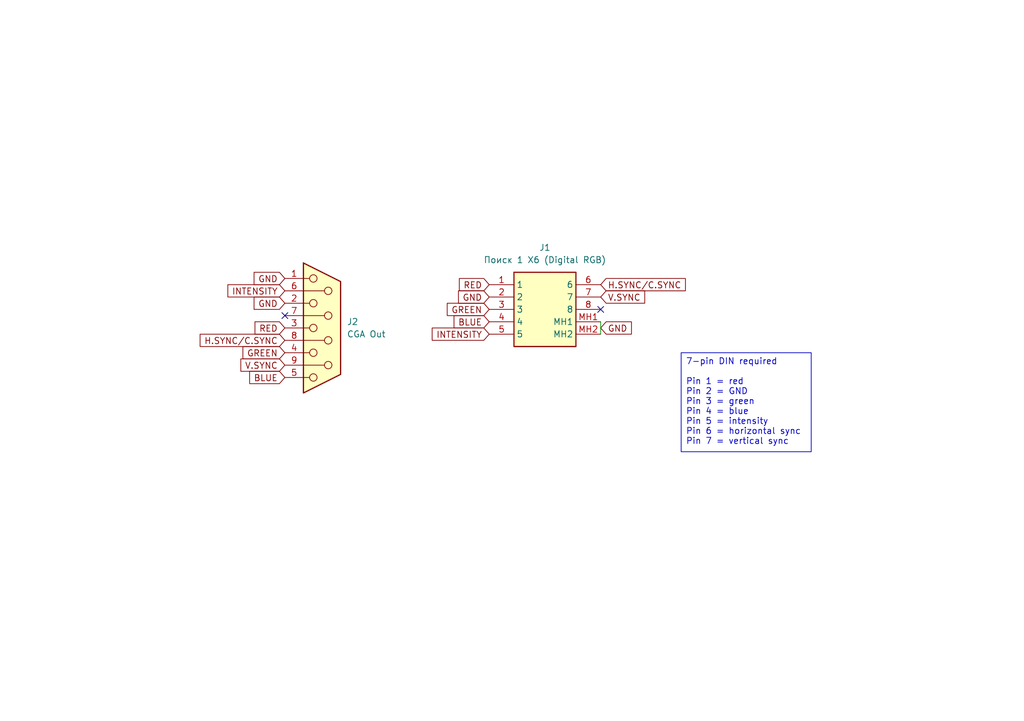
<source format=kicad_sch>
(kicad_sch (version 20250114) (generator "eeschema") (generator_version "9.0")
  (paper "A5")
  (title_block (title "Поиск 1 Digital RGB DIN to VGA") (date "20/NOV/2025") (rev "A") (company "Brett Hallen") (comment 1 "www.youtube.com/@Brfff"))
  (lib_symbols
    (symbol "Clueless_Engineer:671-0801"
      (property "Reference" "J" (at 19.05 7.62 0))
      (property "Value" "671-0801" (at 19.05 5.08 0))
      (symbol "671-0801_1_1"
        (rectangle (start 5.08 2.54) (end 17.78 -12.7) (stroke (width 0.254)) (fill (type background)))
        (pin passive line (at 0 0 0) (length 5.08) (name "1") (number "1"))
        (pin passive line (at 0 -2.54 0) (length 5.08) (name "2") (number "2"))
        (pin passive line (at 0 -5.08 0) (length 5.08) (name "3") (number "3"))
        (pin passive line (at 0 -7.62 0) (length 5.08) (name "4") (number "4"))
        (pin passive line (at 0 -10.16 0) (length 5.08) (name "5") (number "5"))
        (pin passive line (at 22.86 0 180) (length 5.08) (name "6") (number "6"))
        (pin passive line (at 22.86 -2.54 180) (length 5.08) (name "7") (number "7"))
        (pin passive line (at 22.86 -5.08 180) (length 5.08) (name "8") (number "8"))
        (pin passive line (at 22.86 -7.62 180) (length 5.08) (name "MH1") (number "MH1"))
        (pin passive line (at 22.86 -10.16 180) (length 5.08) (name "MH2") (number "MH2"))
      )
    )
    (symbol "Connector:DE9_Socket" (pin_names (offset 1.016) (hide yes))
      (property "Reference" "J" (at 0 13.97 0))
      (property "Value" "DE9_Socket" (at 0 -14.605 0))
      (symbol "DE9_Socket_0_1"
        (polyline (pts (xy -3.81 13.335) (xy -3.81 -13.335) (xy 3.81 -9.525) (xy 3.81 9.525) (xy -3.81 13.335)) (stroke (width 0.254)) (fill (type background)))
        (polyline (pts (xy -3.81 10.16) (xy -2.54 10.16)))
        (polyline (pts (xy -3.81 7.62) (xy 0.508 7.62)))
        (polyline (pts (xy -3.81 5.08) (xy -2.54 5.08)))
        (polyline (pts (xy -3.81 2.54) (xy 0.508 2.54)))
        (polyline (pts (xy -3.81 0) (xy -2.54 0)))
        (polyline (pts (xy -3.81 -2.54) (xy 0.508 -2.54)))
        (polyline (pts (xy -3.81 -5.08) (xy -2.54 -5.08)))
        (polyline (pts (xy -3.81 -7.62) (xy 0.508 -7.62)))
        (polyline (pts (xy -3.81 -10.16) (xy -2.54 -10.16)))
        (circle (center -1.778 10.16) (radius 0.762))
        (circle (center -1.778 5.08) (radius 0.762))
        (circle (center -1.778 0) (radius 0.762))
        (circle (center -1.778 -5.08) (radius 0.762))
        (circle (center -1.778 -10.16) (radius 0.762))
        (circle (center 1.27 7.62) (radius 0.762))
        (circle (center 1.27 2.54) (radius 0.762))
        (circle (center 1.27 -2.54) (radius 0.762))
        (circle (center 1.27 -7.62) (radius 0.762))
      )
      (symbol "DE9_Socket_1_1"
        (pin passive line (at -7.62 10.16 0) (length 3.81) (name "1") (number "1"))
        (pin passive line (at -7.62 7.62 0) (length 3.81) (name "6") (number "6"))
        (pin passive line (at -7.62 5.08 0) (length 3.81) (name "2") (number "2"))
        (pin passive line (at -7.62 2.54 0) (length 3.81) (name "7") (number "7"))
        (pin passive line (at -7.62 0 0) (length 3.81) (name "3") (number "3"))
        (pin passive line (at -7.62 -2.54 0) (length 3.81) (name "8") (number "8"))
        (pin passive line (at -7.62 -5.08 0) (length 3.81) (name "4") (number "4"))
        (pin passive line (at -7.62 -7.62 0) (length 3.81) (name "9") (number "9"))
        (pin passive line (at -7.62 -10.16 0) (length 3.81) (name "5") (number "5"))
      )
    )
  )
  (text_box "7-pin DIN required\n\nPin 1 = red\nPin 2 = GND\nPin 3 = green\nPin 4 = blue\nPin 5 = intensity\nPin 6 = horizontal sync\nPin 7 = vertical sync" (at 139.7 72.39 0) (size 26.67 20.32) (margins 0.9525 0.9525 0.9525 0.9525) (effects (font (size 1.27 1.27)) (justify left top)))
  (no_connect (at 123.19 63.5))
  (no_connect (at 58.42 64.77))
  (wire (pts (xy 123.19 66.04) (xy 123.19 68.58)))
  (global_label "GND" (shape input) (at 58.42 57.15 180) (property "Intersheetrefs" "${INTERSHEET_REFS}" (effects (hide yes))))
  (global_label "INTENSITY" (shape input) (at 58.42 59.69 180) (property "Intersheetrefs" "${INTERSHEET_REFS}" (effects (hide yes))))
  (global_label "BLUE" (shape input) (at 58.42 77.47 180) (property "Intersheetrefs" "${INTERSHEET_REFS}" (effects (hide yes))))
  (global_label "BLUE" (shape input) (at 100.33 66.04 180) (property "Intersheetrefs" "${INTERSHEET_REFS}" (effects (hide yes))))
  (global_label "GREEN" (shape input) (at 58.42 72.39 180) (property "Intersheetrefs" "${INTERSHEET_REFS}" (effects (hide yes))))
  (global_label "RED" (shape input) (at 58.42 67.31 180) (property "Intersheetrefs" "${INTERSHEET_REFS}" (effects (hide yes))))
  (global_label "RED" (shape input) (at 100.33 58.42 180) (property "Intersheetrefs" "${INTERSHEET_REFS}" (effects (hide yes))))
  (global_label "H.SYNC{slash}C.SYNC" (shape input) (at 123.19 58.42 0) (property "Intersheetrefs" "${INTERSHEET_REFS}" (effects (hide yes))))
  (global_label "GND" (shape input) (at 100.33 60.96 180) (property "Intersheetrefs" "${INTERSHEET_REFS}" (effects (hide yes))))
  (global_label "V.SYNC" (shape input) (at 123.19 60.96 0) (property "Intersheetrefs" "${INTERSHEET_REFS}" (effects (hide yes))))
  (global_label "GND" (shape input) (at 58.42 62.23 180) (property "Intersheetrefs" "${INTERSHEET_REFS}" (effects (hide yes))))
  (global_label "GREEN" (shape input) (at 100.33 63.5 180) (property "Intersheetrefs" "${INTERSHEET_REFS}" (effects (hide yes))))
  (global_label "GND" (shape input) (at 123.19 67.31 0) (property "Intersheetrefs" "${INTERSHEET_REFS}" (effects (hide yes))))
  (global_label "H.SYNC{slash}C.SYNC" (shape input) (at 58.42 69.85 180) (property "Intersheetrefs" "${INTERSHEET_REFS}" (effects (hide yes))))
  (global_label "INTENSITY" (shape input) (at 100.33 68.58 180) (property "Intersheetrefs" "${INTERSHEET_REFS}" (effects (hide yes))))
  (global_label "V.SYNC" (shape input) (at 58.42 74.93 180) (property "Intersheetrefs" "${INTERSHEET_REFS}" (effects (hide yes))))
  (symbol (lib_id "Clueless_Engineer:671-0801") (at 100.33 58.42 0) (unit 1)
    (property "Reference" "J1" (at 111.76 50.8 0))
    (property "Value" "Поиск 1 X6 (Digital RGB)" (at 111.76 53.34 0))
    (property "Footprint" "Clueless_Engineer:6710801" (effects (hide yes)))
    (property "Datasheet" "https://www.mouser.co.uk/datasheet/2/458/deltron-671-0401-4-way-din-socket-data-1859903.pdf" (effects (hide yes)))
    (property "Description" "Deltron 8 Pole Right Angle Din Socket Socket, 2A, 100 V ac, Lockable" (effects (hide yes)))
    (property "Height" "19.5" (effects (hide yes)))
    (property "Manufacturer_Name" "DELTRON COMPONENTS" (effects (hide yes)))
    (property "Manufacturer_Part_Number" "671-0801" (effects (hide yes)))
  )
  (symbol (lib_id "Connector:DE9_Socket") (at 66.04 67.31 0) (unit 1)
    (property "Reference" "J2" (at 71.12 66.0399 0) (effects (justify left)))
    (property "Value" "CGA Out" (at 71.12 68.5799 0) (effects (justify left)))
    (property "Footprint" "Connector_Dsub:DSUB-9_Pins_Horizontal_P2.77x2.84mm_EdgePinOffset7.70mm_Housed_MountingHolesOffset9.12mm" (effects (hide yes)))
    (property "Description" "9-pin D-SUB connector, socket (female)" (effects (hide yes)))
  )
)
</source>
